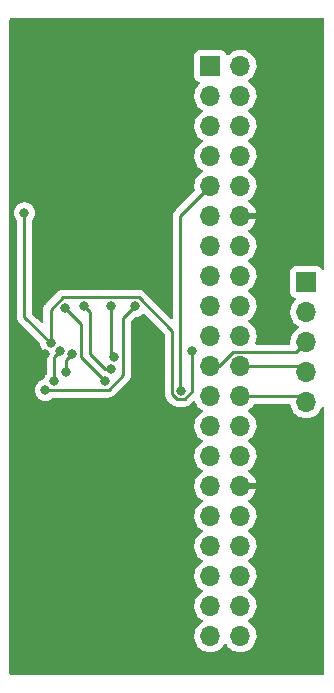
<source format=gbr>
%TF.GenerationSoftware,KiCad,Pcbnew,(6.0.7)*%
%TF.CreationDate,2023-01-29T20:04:43+00:00*%
%TF.ProjectId,DE0_Addon_Board,4445305f-4164-4646-9f6e-5f426f617264,0*%
%TF.SameCoordinates,Original*%
%TF.FileFunction,Copper,L2,Bot*%
%TF.FilePolarity,Positive*%
%FSLAX46Y46*%
G04 Gerber Fmt 4.6, Leading zero omitted, Abs format (unit mm)*
G04 Created by KiCad (PCBNEW (6.0.7)) date 2023-01-29 20:04:43*
%MOMM*%
%LPD*%
G01*
G04 APERTURE LIST*
%TA.AperFunction,ComponentPad*%
%ADD10R,1.700000X1.700000*%
%TD*%
%TA.AperFunction,ComponentPad*%
%ADD11O,1.700000X1.700000*%
%TD*%
%TA.AperFunction,ViaPad*%
%ADD12C,0.800000*%
%TD*%
%TA.AperFunction,Conductor*%
%ADD13C,0.250000*%
%TD*%
G04 APERTURE END LIST*
D10*
%TO.P,J2,1,Pin_1*%
%TO.N,P1*%
X63500000Y-44704000D03*
D11*
%TO.P,J2,2,Pin_2*%
%TO.N,P3*%
X63500000Y-47244000D03*
%TO.P,J2,3,Pin_3*%
%TO.N,P21*%
X63500000Y-49784000D03*
%TO.P,J2,4,Pin_4*%
%TO.N,P22*%
X63500000Y-52324000D03*
%TO.P,J2,5,Pin_5*%
%TO.N,P24*%
X63500000Y-54864000D03*
%TD*%
D10*
%TO.P,J1,1,Pin_1*%
%TO.N,P1*%
X55372000Y-26416000D03*
D11*
%TO.P,J1,2,Pin_2*%
%TO.N,A0*%
X57912000Y-26416000D03*
%TO.P,J1,3,Pin_3*%
%TO.N,P3*%
X55372000Y-28956000D03*
%TO.P,J1,4,Pin_4*%
%TO.N,A1*%
X57912000Y-28956000D03*
%TO.P,J1,5,Pin_5*%
%TO.N,A2*%
X55372000Y-31496000D03*
%TO.P,J1,6,Pin_6*%
%TO.N,A3*%
X57912000Y-31496000D03*
%TO.P,J1,7,Pin_7*%
%TO.N,A4*%
X55372000Y-34036000D03*
%TO.P,J1,8,Pin_8*%
%TO.N,CE_n*%
X57912000Y-34036000D03*
%TO.P,J1,9,Pin_9*%
%TO.N,D0*%
X55372000Y-36576000D03*
%TO.P,J1,10,Pin_10*%
%TO.N,D1*%
X57912000Y-36576000D03*
%TO.P,J1,11,Pin_11*%
%TO.N,unconnected-(J1-Pad11)*%
X55372000Y-39116000D03*
%TO.P,J1,12,Pin_12*%
%TO.N,GNDREF*%
X57912000Y-39116000D03*
%TO.P,J1,13,Pin_13*%
%TO.N,D11*%
X55372000Y-41656000D03*
%TO.P,J1,14,Pin_14*%
%TO.N,D10*%
X57912000Y-41656000D03*
%TO.P,J1,15,Pin_15*%
%TO.N,A16*%
X55372000Y-44196000D03*
%TO.P,J1,16,Pin_16*%
%TO.N,A17*%
X57912000Y-44196000D03*
%TO.P,J1,17,Pin_17*%
%TO.N,OE_n*%
X55372000Y-46736000D03*
%TO.P,J1,18,Pin_18*%
%TO.N,A15*%
X57912000Y-46736000D03*
%TO.P,J1,19,Pin_19*%
%TO.N,LB_n*%
X55372000Y-49276000D03*
%TO.P,J1,20,Pin_20*%
%TO.N,UB_n*%
X57912000Y-49276000D03*
%TO.P,J1,21,Pin_21*%
%TO.N,P21*%
X55372000Y-51816000D03*
%TO.P,J1,22,Pin_22*%
%TO.N,P22*%
X57912000Y-51816000D03*
%TO.P,J1,23,Pin_23*%
%TO.N,A14*%
X55372000Y-54356000D03*
%TO.P,J1,24,Pin_24*%
%TO.N,P24*%
X57912000Y-54356000D03*
%TO.P,J1,25,Pin_25*%
%TO.N,A12*%
X55372000Y-56896000D03*
%TO.P,J1,26,Pin_26*%
%TO.N,A13*%
X57912000Y-56896000D03*
%TO.P,J1,27,Pin_27*%
%TO.N,A10*%
X55372000Y-59436000D03*
%TO.P,J1,28,Pin_28*%
%TO.N,A11*%
X57912000Y-59436000D03*
%TO.P,J1,29,Pin_29*%
%TO.N,+3.3V*%
X55372000Y-61976000D03*
%TO.P,J1,30,Pin_30*%
%TO.N,GNDREF*%
X57912000Y-61976000D03*
%TO.P,J1,31,Pin_31*%
%TO.N,D13*%
X55372000Y-64516000D03*
%TO.P,J1,32,Pin_32*%
%TO.N,D12*%
X57912000Y-64516000D03*
%TO.P,J1,33,Pin_33*%
%TO.N,D15*%
X55372000Y-67056000D03*
%TO.P,J1,34,Pin_34*%
%TO.N,D14*%
X57912000Y-67056000D03*
%TO.P,J1,35,Pin_35*%
%TO.N,A5*%
X55372000Y-69596000D03*
%TO.P,J1,36,Pin_36*%
%TO.N,WE_n*%
X57912000Y-69596000D03*
%TO.P,J1,37,Pin_37*%
%TO.N,A7*%
X55372000Y-72136000D03*
%TO.P,J1,38,Pin_38*%
%TO.N,A6*%
X57912000Y-72136000D03*
%TO.P,J1,39,Pin_39*%
%TO.N,A9*%
X55372000Y-74676000D03*
%TO.P,J1,40,Pin_40*%
%TO.N,A8*%
X57912000Y-74676000D03*
%TD*%
D12*
%TO.N,+3.3V*%
X39624000Y-38862000D03*
%TO.N,GNDREF*%
X41402000Y-50767500D03*
X49530000Y-50038000D03*
%TO.N,D0*%
X52879208Y-53890529D03*
%TO.N,D1*%
X46482000Y-53086000D03*
X43059714Y-46864885D03*
%TO.N,D10*%
X44699915Y-46731486D03*
X46990000Y-52070000D03*
%TO.N,+3.3V*%
X41836783Y-49857217D03*
X53848000Y-50546000D03*
%TO.N,D11*%
X46990000Y-46736000D03*
X47244000Y-51054000D03*
%TO.N,D13*%
X43685359Y-50767500D03*
X43180000Y-52324000D03*
%TO.N,D14*%
X42672000Y-50546000D03*
X42164000Y-53086000D03*
%TO.N,D15*%
X41402000Y-53848000D03*
X49022000Y-46736000D03*
%TD*%
D13*
%TO.N,+3.3V*%
X39624000Y-47644434D02*
X39624000Y-38862000D01*
X41836783Y-49857217D02*
X39624000Y-47644434D01*
%TO.N,P21*%
X62643000Y-50641000D02*
X63500000Y-49784000D01*
X57309000Y-50641000D02*
X62643000Y-50641000D01*
X56134000Y-51816000D02*
X57309000Y-50641000D01*
X55372000Y-51816000D02*
X56134000Y-51816000D01*
%TO.N,P24*%
X57912000Y-54356000D02*
X62992000Y-54356000D01*
X62992000Y-54356000D02*
X63500000Y-54864000D01*
%TO.N,P22*%
X62992000Y-51816000D02*
X63500000Y-52324000D01*
X57912000Y-51816000D02*
X62992000Y-51816000D01*
%TO.N,GNDREF*%
X49530000Y-52324000D02*
X49530000Y-50038000D01*
X41402000Y-50767500D02*
X40132000Y-52037500D01*
X41148000Y-55372000D02*
X46482000Y-55372000D01*
X46482000Y-55372000D02*
X49530000Y-52324000D01*
X40132000Y-52037500D02*
X40132000Y-54356000D01*
X40132000Y-54356000D02*
X41148000Y-55372000D01*
%TO.N,D0*%
X52879208Y-53890529D02*
X52832000Y-53843321D01*
X52832000Y-39116000D02*
X55372000Y-36576000D01*
X52832000Y-53843321D02*
X52832000Y-39116000D01*
%TO.N,D1*%
X44450000Y-51054000D02*
X44450000Y-48260000D01*
X43059714Y-46869714D02*
X43059714Y-46864885D01*
X44450000Y-48260000D02*
X43059714Y-46869714D01*
X46482000Y-53086000D02*
X44450000Y-51054000D01*
%TO.N,D10*%
X46482000Y-52070000D02*
X46990000Y-52070000D01*
X45212000Y-50800000D02*
X46482000Y-52070000D01*
X44699915Y-46731486D02*
X45212000Y-47243571D01*
X45212000Y-47243571D02*
X45212000Y-50800000D01*
%TO.N,+3.3V*%
X49317791Y-46006486D02*
X42892808Y-46006486D01*
X41836783Y-47062511D02*
X41836783Y-49857217D01*
X52154208Y-48842903D02*
X49317791Y-46006486D01*
X42892808Y-46006486D02*
X41836783Y-47062511D01*
X53179513Y-54615529D02*
X52578903Y-54615529D01*
X52154208Y-54190834D02*
X52154208Y-48842903D01*
X53848000Y-53947042D02*
X53179513Y-54615529D01*
X53848000Y-50546000D02*
X53848000Y-53947042D01*
X52578903Y-54615529D02*
X52154208Y-54190834D01*
%TO.N,D11*%
X46990000Y-46736000D02*
X46990000Y-50800000D01*
X46990000Y-50800000D02*
X47244000Y-51054000D01*
%TO.N,D13*%
X43685359Y-50767500D02*
X43180000Y-51272859D01*
X43180000Y-51272859D02*
X43180000Y-52324000D01*
%TO.N,D14*%
X42164000Y-51054000D02*
X42164000Y-53086000D01*
X42672000Y-50546000D02*
X42164000Y-51054000D01*
%TO.N,D15*%
X49022000Y-46736000D02*
X48006000Y-47752000D01*
X48006000Y-52587305D02*
X46745305Y-53848000D01*
X48006000Y-47752000D02*
X48006000Y-52587305D01*
X46745305Y-53848000D02*
X41402000Y-53848000D01*
%TD*%
%TA.AperFunction,Conductor*%
%TO.N,GNDREF*%
G36*
X64965621Y-22372502D02*
G01*
X65012114Y-22426158D01*
X65023500Y-22478500D01*
X65023500Y-43526472D01*
X65003498Y-43594593D01*
X64949842Y-43641086D01*
X64879568Y-43651190D01*
X64814988Y-43621696D01*
X64796674Y-43602037D01*
X64762614Y-43556590D01*
X64713261Y-43490739D01*
X64596705Y-43403385D01*
X64460316Y-43352255D01*
X64398134Y-43345500D01*
X62601866Y-43345500D01*
X62539684Y-43352255D01*
X62403295Y-43403385D01*
X62286739Y-43490739D01*
X62199385Y-43607295D01*
X62148255Y-43743684D01*
X62141500Y-43805866D01*
X62141500Y-45602134D01*
X62148255Y-45664316D01*
X62199385Y-45800705D01*
X62286739Y-45917261D01*
X62403295Y-46004615D01*
X62411704Y-46007767D01*
X62411705Y-46007768D01*
X62520451Y-46048535D01*
X62577216Y-46091176D01*
X62601916Y-46157738D01*
X62586709Y-46227087D01*
X62567316Y-46253568D01*
X62440629Y-46386138D01*
X62314743Y-46570680D01*
X62290455Y-46623004D01*
X62230612Y-46751926D01*
X62220688Y-46773305D01*
X62160989Y-46988570D01*
X62137251Y-47210695D01*
X62137548Y-47215848D01*
X62137548Y-47215851D01*
X62147927Y-47395857D01*
X62150110Y-47433715D01*
X62151247Y-47438761D01*
X62151248Y-47438767D01*
X62174308Y-47541088D01*
X62199222Y-47651639D01*
X62248621Y-47773295D01*
X62279713Y-47849865D01*
X62283266Y-47858616D01*
X62285965Y-47863020D01*
X62391842Y-48035796D01*
X62399987Y-48049088D01*
X62546250Y-48217938D01*
X62718126Y-48360632D01*
X62788595Y-48401811D01*
X62791445Y-48403476D01*
X62840169Y-48455114D01*
X62853240Y-48524897D01*
X62826509Y-48590669D01*
X62786055Y-48624027D01*
X62773607Y-48630507D01*
X62769474Y-48633610D01*
X62769471Y-48633612D01*
X62745247Y-48651800D01*
X62594965Y-48764635D01*
X62440629Y-48926138D01*
X62314743Y-49110680D01*
X62284889Y-49174996D01*
X62251071Y-49247851D01*
X62220688Y-49313305D01*
X62160989Y-49528570D01*
X62137251Y-49750695D01*
X62137548Y-49755848D01*
X62137548Y-49755851D01*
X62144375Y-49874247D01*
X62128328Y-49943406D01*
X62077437Y-49992911D01*
X62018584Y-50007500D01*
X59268732Y-50007500D01*
X59200611Y-49987498D01*
X59154118Y-49933842D01*
X59144014Y-49863568D01*
X59155775Y-49825673D01*
X59165498Y-49806000D01*
X59179430Y-49777811D01*
X59211900Y-49670940D01*
X59242865Y-49569023D01*
X59242865Y-49569021D01*
X59244370Y-49564069D01*
X59273529Y-49342590D01*
X59275156Y-49276000D01*
X59256852Y-49053361D01*
X59202431Y-48836702D01*
X59113354Y-48631840D01*
X59045761Y-48527357D01*
X58994822Y-48448617D01*
X58994820Y-48448614D01*
X58992014Y-48444277D01*
X58841670Y-48279051D01*
X58837619Y-48275852D01*
X58837615Y-48275848D01*
X58670414Y-48143800D01*
X58670410Y-48143798D01*
X58666359Y-48140598D01*
X58625053Y-48117796D01*
X58575084Y-48067364D01*
X58560312Y-47997921D01*
X58585428Y-47931516D01*
X58612780Y-47904909D01*
X58681942Y-47855576D01*
X58791860Y-47777173D01*
X58795662Y-47773385D01*
X58926374Y-47643128D01*
X58950096Y-47619489D01*
X58959670Y-47606166D01*
X59077435Y-47442277D01*
X59080453Y-47438077D01*
X59089915Y-47418933D01*
X59177136Y-47242453D01*
X59177137Y-47242451D01*
X59179430Y-47237811D01*
X59223614Y-47092386D01*
X59242865Y-47029023D01*
X59242865Y-47029021D01*
X59244370Y-47024069D01*
X59273529Y-46802590D01*
X59273954Y-46785199D01*
X59275074Y-46739365D01*
X59275074Y-46739361D01*
X59275156Y-46736000D01*
X59256852Y-46513361D01*
X59202431Y-46296702D01*
X59113354Y-46091840D01*
X58992014Y-45904277D01*
X58841670Y-45739051D01*
X58837619Y-45735852D01*
X58837615Y-45735848D01*
X58670414Y-45603800D01*
X58670410Y-45603798D01*
X58666359Y-45600598D01*
X58625053Y-45577796D01*
X58575084Y-45527364D01*
X58560312Y-45457921D01*
X58585428Y-45391516D01*
X58612780Y-45364909D01*
X58656603Y-45333650D01*
X58791860Y-45237173D01*
X58950096Y-45079489D01*
X59009594Y-44996689D01*
X59077435Y-44902277D01*
X59080453Y-44898077D01*
X59101320Y-44855857D01*
X59177136Y-44702453D01*
X59177137Y-44702451D01*
X59179430Y-44697811D01*
X59244370Y-44484069D01*
X59273529Y-44262590D01*
X59275156Y-44196000D01*
X59256852Y-43973361D01*
X59202431Y-43756702D01*
X59113354Y-43551840D01*
X59070345Y-43485358D01*
X58994822Y-43368617D01*
X58994820Y-43368614D01*
X58992014Y-43364277D01*
X58841670Y-43199051D01*
X58837619Y-43195852D01*
X58837615Y-43195848D01*
X58670414Y-43063800D01*
X58670410Y-43063798D01*
X58666359Y-43060598D01*
X58625053Y-43037796D01*
X58575084Y-42987364D01*
X58560312Y-42917921D01*
X58585428Y-42851516D01*
X58612780Y-42824909D01*
X58656603Y-42793650D01*
X58791860Y-42697173D01*
X58950096Y-42539489D01*
X59009594Y-42456689D01*
X59077435Y-42362277D01*
X59080453Y-42358077D01*
X59101320Y-42315857D01*
X59177136Y-42162453D01*
X59177137Y-42162451D01*
X59179430Y-42157811D01*
X59244370Y-41944069D01*
X59273529Y-41722590D01*
X59275156Y-41656000D01*
X59256852Y-41433361D01*
X59202431Y-41216702D01*
X59113354Y-41011840D01*
X58992014Y-40824277D01*
X58841670Y-40659051D01*
X58837619Y-40655852D01*
X58837615Y-40655848D01*
X58670414Y-40523800D01*
X58670410Y-40523798D01*
X58666359Y-40520598D01*
X58624569Y-40497529D01*
X58574598Y-40447097D01*
X58559826Y-40377654D01*
X58584942Y-40311248D01*
X58612294Y-40284641D01*
X58787328Y-40159792D01*
X58795200Y-40153139D01*
X58946052Y-40002812D01*
X58952730Y-39994965D01*
X59077003Y-39822020D01*
X59082313Y-39813183D01*
X59176670Y-39622267D01*
X59180469Y-39612672D01*
X59242377Y-39408910D01*
X59244555Y-39398837D01*
X59245986Y-39387962D01*
X59243775Y-39373778D01*
X59230617Y-39370000D01*
X57784000Y-39370000D01*
X57715879Y-39349998D01*
X57669386Y-39296342D01*
X57658000Y-39244000D01*
X57658000Y-38988000D01*
X57678002Y-38919879D01*
X57731658Y-38873386D01*
X57784000Y-38862000D01*
X59230344Y-38862000D01*
X59243875Y-38858027D01*
X59245180Y-38848947D01*
X59203214Y-38681875D01*
X59199894Y-38672124D01*
X59114972Y-38476814D01*
X59110105Y-38467739D01*
X58994426Y-38288926D01*
X58988136Y-38280757D01*
X58844806Y-38123240D01*
X58837273Y-38116215D01*
X58670139Y-37984222D01*
X58661556Y-37978520D01*
X58624602Y-37958120D01*
X58574631Y-37907687D01*
X58559859Y-37838245D01*
X58584975Y-37771839D01*
X58612327Y-37745232D01*
X58635797Y-37728491D01*
X58791860Y-37617173D01*
X58950096Y-37459489D01*
X59080453Y-37278077D01*
X59101320Y-37235857D01*
X59177136Y-37082453D01*
X59177137Y-37082451D01*
X59179430Y-37077811D01*
X59244370Y-36864069D01*
X59273529Y-36642590D01*
X59275156Y-36576000D01*
X59256852Y-36353361D01*
X59202431Y-36136702D01*
X59113354Y-35931840D01*
X58992014Y-35744277D01*
X58841670Y-35579051D01*
X58837619Y-35575852D01*
X58837615Y-35575848D01*
X58670414Y-35443800D01*
X58670410Y-35443798D01*
X58666359Y-35440598D01*
X58625053Y-35417796D01*
X58575084Y-35367364D01*
X58560312Y-35297921D01*
X58585428Y-35231516D01*
X58612780Y-35204909D01*
X58656603Y-35173650D01*
X58791860Y-35077173D01*
X58950096Y-34919489D01*
X59009594Y-34836689D01*
X59077435Y-34742277D01*
X59080453Y-34738077D01*
X59101320Y-34695857D01*
X59177136Y-34542453D01*
X59177137Y-34542451D01*
X59179430Y-34537811D01*
X59244370Y-34324069D01*
X59273529Y-34102590D01*
X59275156Y-34036000D01*
X59256852Y-33813361D01*
X59202431Y-33596702D01*
X59113354Y-33391840D01*
X58992014Y-33204277D01*
X58841670Y-33039051D01*
X58837619Y-33035852D01*
X58837615Y-33035848D01*
X58670414Y-32903800D01*
X58670410Y-32903798D01*
X58666359Y-32900598D01*
X58625053Y-32877796D01*
X58575084Y-32827364D01*
X58560312Y-32757921D01*
X58585428Y-32691516D01*
X58612780Y-32664909D01*
X58656603Y-32633650D01*
X58791860Y-32537173D01*
X58950096Y-32379489D01*
X59009594Y-32296689D01*
X59077435Y-32202277D01*
X59080453Y-32198077D01*
X59101320Y-32155857D01*
X59177136Y-32002453D01*
X59177137Y-32002451D01*
X59179430Y-31997811D01*
X59244370Y-31784069D01*
X59273529Y-31562590D01*
X59275156Y-31496000D01*
X59256852Y-31273361D01*
X59202431Y-31056702D01*
X59113354Y-30851840D01*
X58992014Y-30664277D01*
X58841670Y-30499051D01*
X58837619Y-30495852D01*
X58837615Y-30495848D01*
X58670414Y-30363800D01*
X58670410Y-30363798D01*
X58666359Y-30360598D01*
X58625053Y-30337796D01*
X58575084Y-30287364D01*
X58560312Y-30217921D01*
X58585428Y-30151516D01*
X58612780Y-30124909D01*
X58656603Y-30093650D01*
X58791860Y-29997173D01*
X58950096Y-29839489D01*
X59009594Y-29756689D01*
X59077435Y-29662277D01*
X59080453Y-29658077D01*
X59101320Y-29615857D01*
X59177136Y-29462453D01*
X59177137Y-29462451D01*
X59179430Y-29457811D01*
X59244370Y-29244069D01*
X59273529Y-29022590D01*
X59275156Y-28956000D01*
X59256852Y-28733361D01*
X59202431Y-28516702D01*
X59113354Y-28311840D01*
X58992014Y-28124277D01*
X58841670Y-27959051D01*
X58837619Y-27955852D01*
X58837615Y-27955848D01*
X58670414Y-27823800D01*
X58670410Y-27823798D01*
X58666359Y-27820598D01*
X58625053Y-27797796D01*
X58575084Y-27747364D01*
X58560312Y-27677921D01*
X58585428Y-27611516D01*
X58612780Y-27584909D01*
X58656603Y-27553650D01*
X58791860Y-27457173D01*
X58950096Y-27299489D01*
X59080453Y-27118077D01*
X59179430Y-26917811D01*
X59244370Y-26704069D01*
X59273529Y-26482590D01*
X59275156Y-26416000D01*
X59256852Y-26193361D01*
X59202431Y-25976702D01*
X59113354Y-25771840D01*
X58992014Y-25584277D01*
X58841670Y-25419051D01*
X58837619Y-25415852D01*
X58837615Y-25415848D01*
X58670414Y-25283800D01*
X58670410Y-25283798D01*
X58666359Y-25280598D01*
X58470789Y-25172638D01*
X58465920Y-25170914D01*
X58465916Y-25170912D01*
X58265087Y-25099795D01*
X58265083Y-25099794D01*
X58260212Y-25098069D01*
X58255119Y-25097162D01*
X58255116Y-25097161D01*
X58045373Y-25059800D01*
X58045367Y-25059799D01*
X58040284Y-25058894D01*
X57966452Y-25057992D01*
X57822081Y-25056228D01*
X57822079Y-25056228D01*
X57816911Y-25056165D01*
X57596091Y-25089955D01*
X57383756Y-25159357D01*
X57185607Y-25262507D01*
X57181474Y-25265610D01*
X57181471Y-25265612D01*
X57011100Y-25393530D01*
X57006965Y-25396635D01*
X56950537Y-25455684D01*
X56926283Y-25481064D01*
X56864759Y-25516494D01*
X56793846Y-25513037D01*
X56736060Y-25471791D01*
X56717207Y-25438243D01*
X56675767Y-25327703D01*
X56672615Y-25319295D01*
X56585261Y-25202739D01*
X56468705Y-25115385D01*
X56332316Y-25064255D01*
X56270134Y-25057500D01*
X54473866Y-25057500D01*
X54411684Y-25064255D01*
X54275295Y-25115385D01*
X54158739Y-25202739D01*
X54071385Y-25319295D01*
X54020255Y-25455684D01*
X54013500Y-25517866D01*
X54013500Y-27314134D01*
X54020255Y-27376316D01*
X54071385Y-27512705D01*
X54158739Y-27629261D01*
X54275295Y-27716615D01*
X54283704Y-27719767D01*
X54283705Y-27719768D01*
X54392451Y-27760535D01*
X54449216Y-27803176D01*
X54473916Y-27869738D01*
X54458709Y-27939087D01*
X54439316Y-27965568D01*
X54312629Y-28098138D01*
X54186743Y-28282680D01*
X54092688Y-28485305D01*
X54032989Y-28700570D01*
X54009251Y-28922695D01*
X54009548Y-28927848D01*
X54009548Y-28927851D01*
X54015011Y-29022590D01*
X54022110Y-29145715D01*
X54023247Y-29150761D01*
X54023248Y-29150767D01*
X54043119Y-29238939D01*
X54071222Y-29363639D01*
X54155266Y-29570616D01*
X54206019Y-29653438D01*
X54269291Y-29756688D01*
X54271987Y-29761088D01*
X54418250Y-29929938D01*
X54590126Y-30072632D01*
X54660595Y-30113811D01*
X54663445Y-30115476D01*
X54712169Y-30167114D01*
X54725240Y-30236897D01*
X54698509Y-30302669D01*
X54658055Y-30336027D01*
X54645607Y-30342507D01*
X54641474Y-30345610D01*
X54641471Y-30345612D01*
X54617247Y-30363800D01*
X54466965Y-30476635D01*
X54312629Y-30638138D01*
X54186743Y-30822680D01*
X54092688Y-31025305D01*
X54032989Y-31240570D01*
X54009251Y-31462695D01*
X54009548Y-31467848D01*
X54009548Y-31467851D01*
X54015011Y-31562590D01*
X54022110Y-31685715D01*
X54023247Y-31690761D01*
X54023248Y-31690767D01*
X54043119Y-31778939D01*
X54071222Y-31903639D01*
X54155266Y-32110616D01*
X54206019Y-32193438D01*
X54269291Y-32296688D01*
X54271987Y-32301088D01*
X54418250Y-32469938D01*
X54590126Y-32612632D01*
X54660595Y-32653811D01*
X54663445Y-32655476D01*
X54712169Y-32707114D01*
X54725240Y-32776897D01*
X54698509Y-32842669D01*
X54658055Y-32876027D01*
X54645607Y-32882507D01*
X54641474Y-32885610D01*
X54641471Y-32885612D01*
X54617247Y-32903800D01*
X54466965Y-33016635D01*
X54312629Y-33178138D01*
X54186743Y-33362680D01*
X54092688Y-33565305D01*
X54032989Y-33780570D01*
X54009251Y-34002695D01*
X54009548Y-34007848D01*
X54009548Y-34007851D01*
X54015011Y-34102590D01*
X54022110Y-34225715D01*
X54023247Y-34230761D01*
X54023248Y-34230767D01*
X54043119Y-34318939D01*
X54071222Y-34443639D01*
X54155266Y-34650616D01*
X54206019Y-34733438D01*
X54269291Y-34836688D01*
X54271987Y-34841088D01*
X54418250Y-35009938D01*
X54590126Y-35152632D01*
X54660595Y-35193811D01*
X54663445Y-35195476D01*
X54712169Y-35247114D01*
X54725240Y-35316897D01*
X54698509Y-35382669D01*
X54658055Y-35416027D01*
X54645607Y-35422507D01*
X54641474Y-35425610D01*
X54641471Y-35425612D01*
X54617247Y-35443800D01*
X54466965Y-35556635D01*
X54312629Y-35718138D01*
X54186743Y-35902680D01*
X54092688Y-36105305D01*
X54032989Y-36320570D01*
X54009251Y-36542695D01*
X54009548Y-36547848D01*
X54009548Y-36547851D01*
X54015011Y-36642590D01*
X54022110Y-36765715D01*
X54023247Y-36770761D01*
X54023248Y-36770767D01*
X54055453Y-36913668D01*
X54050917Y-36984520D01*
X54021631Y-37030464D01*
X52439747Y-38612348D01*
X52431461Y-38619888D01*
X52424982Y-38624000D01*
X52419557Y-38629777D01*
X52378357Y-38673651D01*
X52375602Y-38676493D01*
X52355865Y-38696230D01*
X52353385Y-38699427D01*
X52345682Y-38708447D01*
X52315414Y-38740679D01*
X52311595Y-38747625D01*
X52311593Y-38747628D01*
X52305652Y-38758434D01*
X52294801Y-38774953D01*
X52282386Y-38790959D01*
X52279241Y-38798228D01*
X52279238Y-38798232D01*
X52264826Y-38831537D01*
X52259609Y-38842187D01*
X52238305Y-38880940D01*
X52236334Y-38888615D01*
X52236334Y-38888616D01*
X52233267Y-38900562D01*
X52226863Y-38919266D01*
X52218819Y-38937855D01*
X52217580Y-38945678D01*
X52217577Y-38945688D01*
X52211901Y-38981524D01*
X52209495Y-38993144D01*
X52203133Y-39017924D01*
X52198500Y-39035970D01*
X52198500Y-39056224D01*
X52196949Y-39075934D01*
X52193780Y-39095943D01*
X52194526Y-39103835D01*
X52197941Y-39139961D01*
X52198500Y-39151819D01*
X52198500Y-47687100D01*
X52178498Y-47755221D01*
X52124842Y-47801714D01*
X52054568Y-47811818D01*
X51989988Y-47782324D01*
X51983405Y-47776195D01*
X49821443Y-45614233D01*
X49813903Y-45605947D01*
X49809791Y-45599468D01*
X49760139Y-45552842D01*
X49757298Y-45550088D01*
X49737561Y-45530351D01*
X49734364Y-45527871D01*
X49725342Y-45520166D01*
X49711913Y-45507555D01*
X49693112Y-45489900D01*
X49686166Y-45486081D01*
X49686163Y-45486079D01*
X49675357Y-45480138D01*
X49658838Y-45469287D01*
X49653535Y-45465174D01*
X49642832Y-45456872D01*
X49635563Y-45453727D01*
X49635559Y-45453724D01*
X49602254Y-45439312D01*
X49591604Y-45434095D01*
X49552851Y-45412791D01*
X49533228Y-45407753D01*
X49514525Y-45401349D01*
X49503211Y-45396453D01*
X49503210Y-45396453D01*
X49495936Y-45393305D01*
X49488113Y-45392066D01*
X49488103Y-45392063D01*
X49452267Y-45386387D01*
X49440647Y-45383981D01*
X49405502Y-45374958D01*
X49405501Y-45374958D01*
X49397821Y-45372986D01*
X49377567Y-45372986D01*
X49357856Y-45371435D01*
X49345677Y-45369506D01*
X49337848Y-45368266D01*
X49308577Y-45371033D01*
X49293830Y-45372427D01*
X49281972Y-45372986D01*
X42971575Y-45372986D01*
X42960392Y-45372459D01*
X42952899Y-45370784D01*
X42944973Y-45371033D01*
X42944972Y-45371033D01*
X42884809Y-45372924D01*
X42880851Y-45372986D01*
X42852952Y-45372986D01*
X42848962Y-45373490D01*
X42837128Y-45374422D01*
X42792919Y-45375812D01*
X42785305Y-45378024D01*
X42785300Y-45378025D01*
X42773467Y-45381463D01*
X42754104Y-45385474D01*
X42734011Y-45388012D01*
X42726644Y-45390929D01*
X42726639Y-45390930D01*
X42692900Y-45404288D01*
X42681673Y-45408132D01*
X42639215Y-45420468D01*
X42632389Y-45424505D01*
X42621780Y-45430779D01*
X42604032Y-45439474D01*
X42585191Y-45446934D01*
X42578775Y-45451596D01*
X42578774Y-45451596D01*
X42549421Y-45472922D01*
X42539501Y-45479438D01*
X42508273Y-45497906D01*
X42508270Y-45497908D01*
X42501446Y-45501944D01*
X42487125Y-45516265D01*
X42472092Y-45529105D01*
X42455701Y-45541014D01*
X42447025Y-45551502D01*
X42427510Y-45575091D01*
X42419530Y-45583860D01*
X41444519Y-46558870D01*
X41436245Y-46566399D01*
X41429765Y-46570511D01*
X41424340Y-46576288D01*
X41383140Y-46620162D01*
X41380385Y-46623004D01*
X41360648Y-46642741D01*
X41358168Y-46645938D01*
X41350465Y-46654958D01*
X41320197Y-46687190D01*
X41316378Y-46694136D01*
X41316376Y-46694139D01*
X41310435Y-46704945D01*
X41299584Y-46721464D01*
X41287169Y-46737470D01*
X41284024Y-46744739D01*
X41284021Y-46744743D01*
X41269609Y-46778048D01*
X41264392Y-46788698D01*
X41243088Y-46827451D01*
X41241117Y-46835126D01*
X41241117Y-46835127D01*
X41238050Y-46847073D01*
X41231646Y-46865777D01*
X41223602Y-46884366D01*
X41222363Y-46892189D01*
X41222360Y-46892199D01*
X41216684Y-46928035D01*
X41214278Y-46939655D01*
X41203283Y-46982481D01*
X41203283Y-47002735D01*
X41201732Y-47022445D01*
X41198563Y-47042454D01*
X41199309Y-47050346D01*
X41202724Y-47086472D01*
X41203283Y-47098330D01*
X41203283Y-48023622D01*
X41183281Y-48091743D01*
X41129625Y-48138236D01*
X41059351Y-48148340D01*
X40994771Y-48118846D01*
X40988187Y-48112717D01*
X40729300Y-47853829D01*
X40294404Y-47418933D01*
X40260379Y-47356621D01*
X40257500Y-47329838D01*
X40257500Y-39564524D01*
X40277502Y-39496403D01*
X40289858Y-39480221D01*
X40363040Y-39398944D01*
X40458527Y-39233556D01*
X40517542Y-39051928D01*
X40523721Y-38993144D01*
X40536814Y-38868565D01*
X40537504Y-38862000D01*
X40530037Y-38790959D01*
X40518232Y-38678635D01*
X40518232Y-38678633D01*
X40517542Y-38672072D01*
X40458527Y-38490444D01*
X40363040Y-38325056D01*
X40330509Y-38288926D01*
X40239675Y-38188045D01*
X40239674Y-38188044D01*
X40235253Y-38183134D01*
X40080752Y-38070882D01*
X40074724Y-38068198D01*
X40074722Y-38068197D01*
X39912319Y-37995891D01*
X39912318Y-37995891D01*
X39906288Y-37993206D01*
X39812887Y-37973353D01*
X39725944Y-37954872D01*
X39725939Y-37954872D01*
X39719487Y-37953500D01*
X39528513Y-37953500D01*
X39522061Y-37954872D01*
X39522056Y-37954872D01*
X39435113Y-37973353D01*
X39341712Y-37993206D01*
X39335682Y-37995891D01*
X39335681Y-37995891D01*
X39173278Y-38068197D01*
X39173276Y-38068198D01*
X39167248Y-38070882D01*
X39012747Y-38183134D01*
X39008326Y-38188044D01*
X39008325Y-38188045D01*
X38917492Y-38288926D01*
X38884960Y-38325056D01*
X38789473Y-38490444D01*
X38730458Y-38672072D01*
X38729768Y-38678633D01*
X38729768Y-38678635D01*
X38717963Y-38790959D01*
X38710496Y-38862000D01*
X38711186Y-38868565D01*
X38724280Y-38993144D01*
X38730458Y-39051928D01*
X38789473Y-39233556D01*
X38884960Y-39398944D01*
X38958137Y-39480215D01*
X38988853Y-39544221D01*
X38990500Y-39564524D01*
X38990500Y-47565667D01*
X38989973Y-47576850D01*
X38988298Y-47584343D01*
X38988547Y-47592269D01*
X38988547Y-47592270D01*
X38990438Y-47652420D01*
X38990500Y-47656379D01*
X38990500Y-47684290D01*
X38990997Y-47688224D01*
X38990997Y-47688225D01*
X38991005Y-47688290D01*
X38991938Y-47700127D01*
X38993327Y-47744323D01*
X38998978Y-47763773D01*
X39002987Y-47783134D01*
X39005526Y-47803231D01*
X39008445Y-47810602D01*
X39008445Y-47810604D01*
X39021804Y-47844346D01*
X39025649Y-47855576D01*
X39037982Y-47898027D01*
X39042015Y-47904846D01*
X39042017Y-47904851D01*
X39048293Y-47915462D01*
X39056988Y-47933210D01*
X39064448Y-47952051D01*
X39069110Y-47958467D01*
X39069110Y-47958468D01*
X39090436Y-47987821D01*
X39096952Y-47997741D01*
X39106807Y-48014404D01*
X39119458Y-48035796D01*
X39133779Y-48050117D01*
X39146619Y-48065150D01*
X39158528Y-48081541D01*
X39164634Y-48086592D01*
X39192605Y-48109732D01*
X39201384Y-48117722D01*
X40889661Y-49806000D01*
X40923687Y-49868312D01*
X40925876Y-49881925D01*
X40936499Y-49982994D01*
X40943241Y-50047145D01*
X41002256Y-50228773D01*
X41097743Y-50394161D01*
X41102161Y-50399068D01*
X41102162Y-50399069D01*
X41145226Y-50446896D01*
X41225530Y-50536083D01*
X41380031Y-50648335D01*
X41386057Y-50651018D01*
X41386064Y-50651022D01*
X41491873Y-50698130D01*
X41545969Y-50744110D01*
X41566619Y-50812037D01*
X41556262Y-50863276D01*
X41550819Y-50875855D01*
X41549580Y-50883678D01*
X41549577Y-50883688D01*
X41543901Y-50919524D01*
X41541495Y-50931144D01*
X41530500Y-50973970D01*
X41530500Y-50994224D01*
X41528949Y-51013934D01*
X41525780Y-51033943D01*
X41526526Y-51041835D01*
X41529941Y-51077961D01*
X41530500Y-51089819D01*
X41530500Y-52383476D01*
X41510498Y-52451597D01*
X41498142Y-52467779D01*
X41424960Y-52549056D01*
X41391297Y-52607362D01*
X41334203Y-52706252D01*
X41329473Y-52714444D01*
X41280127Y-52866316D01*
X41275106Y-52881768D01*
X41235032Y-52940374D01*
X41181471Y-52966078D01*
X41119712Y-52979206D01*
X41113682Y-52981891D01*
X41113681Y-52981891D01*
X40951278Y-53054197D01*
X40951276Y-53054198D01*
X40945248Y-53056882D01*
X40939907Y-53060762D01*
X40939906Y-53060763D01*
X40905171Y-53086000D01*
X40790747Y-53169134D01*
X40786326Y-53174044D01*
X40786325Y-53174045D01*
X40741526Y-53223800D01*
X40662960Y-53311056D01*
X40567473Y-53476444D01*
X40508458Y-53658072D01*
X40507768Y-53664633D01*
X40507768Y-53664635D01*
X40500709Y-53731800D01*
X40488496Y-53848000D01*
X40489186Y-53854565D01*
X40507463Y-54028457D01*
X40508458Y-54037928D01*
X40567473Y-54219556D01*
X40570776Y-54225278D01*
X40570777Y-54225279D01*
X40579619Y-54240594D01*
X40662960Y-54384944D01*
X40667378Y-54389851D01*
X40667379Y-54389852D01*
X40749452Y-54481003D01*
X40790747Y-54526866D01*
X40866902Y-54582196D01*
X40921038Y-54621528D01*
X40945248Y-54639118D01*
X40951276Y-54641802D01*
X40951278Y-54641803D01*
X40983462Y-54656132D01*
X41119712Y-54716794D01*
X41213112Y-54736647D01*
X41300056Y-54755128D01*
X41300061Y-54755128D01*
X41306513Y-54756500D01*
X41497487Y-54756500D01*
X41503939Y-54755128D01*
X41503944Y-54755128D01*
X41590888Y-54736647D01*
X41684288Y-54716794D01*
X41820538Y-54656132D01*
X41852722Y-54641803D01*
X41852724Y-54641802D01*
X41858752Y-54639118D01*
X41882963Y-54621528D01*
X42003130Y-54534221D01*
X42013253Y-54526866D01*
X42017668Y-54521963D01*
X42022580Y-54517540D01*
X42023705Y-54518789D01*
X42077014Y-54485949D01*
X42110200Y-54481500D01*
X46666538Y-54481500D01*
X46677721Y-54482027D01*
X46685214Y-54483702D01*
X46693140Y-54483453D01*
X46693141Y-54483453D01*
X46753291Y-54481562D01*
X46757250Y-54481500D01*
X46785161Y-54481500D01*
X46789096Y-54481003D01*
X46789161Y-54480995D01*
X46800998Y-54480062D01*
X46833256Y-54479048D01*
X46837275Y-54478922D01*
X46845194Y-54478673D01*
X46864648Y-54473021D01*
X46884005Y-54469013D01*
X46896235Y-54467468D01*
X46896236Y-54467468D01*
X46904102Y-54466474D01*
X46911473Y-54463555D01*
X46911475Y-54463555D01*
X46945217Y-54450196D01*
X46956447Y-54446351D01*
X46991288Y-54436229D01*
X46991289Y-54436229D01*
X46998898Y-54434018D01*
X47005717Y-54429985D01*
X47005722Y-54429983D01*
X47016333Y-54423707D01*
X47034081Y-54415012D01*
X47052922Y-54407552D01*
X47068458Y-54396265D01*
X47088692Y-54381564D01*
X47098612Y-54375048D01*
X47129840Y-54356580D01*
X47129843Y-54356578D01*
X47136667Y-54352542D01*
X47150988Y-54338221D01*
X47166022Y-54325380D01*
X47182412Y-54313472D01*
X47210603Y-54279395D01*
X47218593Y-54270616D01*
X48398253Y-53090957D01*
X48406539Y-53083417D01*
X48413018Y-53079305D01*
X48421686Y-53070075D01*
X48459643Y-53029654D01*
X48462398Y-53026812D01*
X48482135Y-53007075D01*
X48484615Y-53003878D01*
X48492320Y-52994856D01*
X48517159Y-52968405D01*
X48522586Y-52962626D01*
X48526405Y-52955680D01*
X48526407Y-52955677D01*
X48532348Y-52944871D01*
X48543199Y-52928352D01*
X48550758Y-52918606D01*
X48555614Y-52912346D01*
X48558759Y-52905077D01*
X48558762Y-52905073D01*
X48573174Y-52871768D01*
X48578391Y-52861118D01*
X48599695Y-52822365D01*
X48604733Y-52802742D01*
X48611137Y-52784039D01*
X48616033Y-52772725D01*
X48616033Y-52772724D01*
X48619181Y-52765450D01*
X48620420Y-52757627D01*
X48620423Y-52757617D01*
X48626099Y-52721781D01*
X48628505Y-52710161D01*
X48637528Y-52675016D01*
X48637528Y-52675015D01*
X48639500Y-52667335D01*
X48639500Y-52647081D01*
X48641051Y-52627370D01*
X48642980Y-52615191D01*
X48644220Y-52607362D01*
X48640059Y-52563343D01*
X48639500Y-52551486D01*
X48639500Y-48066595D01*
X48659502Y-47998474D01*
X48676405Y-47977499D01*
X48972501Y-47681404D01*
X49034813Y-47647379D01*
X49061596Y-47644500D01*
X49117487Y-47644500D01*
X49123939Y-47643128D01*
X49123944Y-47643128D01*
X49217991Y-47623137D01*
X49304288Y-47604794D01*
X49372348Y-47574492D01*
X49472722Y-47529803D01*
X49472724Y-47529802D01*
X49478752Y-47527118D01*
X49484094Y-47523237D01*
X49627909Y-47418749D01*
X49627911Y-47418747D01*
X49633253Y-47414866D01*
X49637675Y-47409955D01*
X49637760Y-47409861D01*
X49637823Y-47409822D01*
X49642580Y-47405539D01*
X49643364Y-47406409D01*
X49698209Y-47372626D01*
X49769193Y-47373983D01*
X49820485Y-47405084D01*
X51483803Y-49068402D01*
X51517829Y-49130714D01*
X51520708Y-49157497D01*
X51520708Y-54112067D01*
X51520181Y-54123250D01*
X51518506Y-54130743D01*
X51518755Y-54138669D01*
X51518755Y-54138670D01*
X51520646Y-54198820D01*
X51520708Y-54202779D01*
X51520708Y-54230690D01*
X51521205Y-54234624D01*
X51521205Y-54234625D01*
X51521213Y-54234690D01*
X51522146Y-54246527D01*
X51523535Y-54290723D01*
X51529186Y-54310173D01*
X51533195Y-54329534D01*
X51534293Y-54338221D01*
X51535734Y-54349631D01*
X51538653Y-54357002D01*
X51538653Y-54357004D01*
X51552012Y-54390746D01*
X51555857Y-54401976D01*
X51563994Y-54429983D01*
X51568190Y-54444427D01*
X51572223Y-54451246D01*
X51572225Y-54451251D01*
X51578501Y-54461862D01*
X51587196Y-54479610D01*
X51594656Y-54498451D01*
X51599318Y-54504867D01*
X51599318Y-54504868D01*
X51620644Y-54534221D01*
X51627160Y-54544141D01*
X51649666Y-54582196D01*
X51663987Y-54596517D01*
X51676827Y-54611550D01*
X51688736Y-54627941D01*
X51702247Y-54639118D01*
X51722813Y-54656132D01*
X51731592Y-54664122D01*
X52075246Y-55007776D01*
X52082790Y-55016066D01*
X52086903Y-55022547D01*
X52092680Y-55027972D01*
X52136570Y-55069187D01*
X52139412Y-55071942D01*
X52159133Y-55091663D01*
X52162328Y-55094141D01*
X52171350Y-55101847D01*
X52203582Y-55132115D01*
X52210531Y-55135935D01*
X52221335Y-55141875D01*
X52237859Y-55152728D01*
X52253862Y-55165142D01*
X52294446Y-55182705D01*
X52305076Y-55187912D01*
X52343843Y-55209224D01*
X52351520Y-55211195D01*
X52351525Y-55211197D01*
X52363461Y-55214261D01*
X52382169Y-55220666D01*
X52400758Y-55228710D01*
X52408583Y-55229949D01*
X52408585Y-55229950D01*
X52444422Y-55235626D01*
X52456043Y-55238033D01*
X52488832Y-55246451D01*
X52498873Y-55249029D01*
X52519134Y-55249029D01*
X52538843Y-55250580D01*
X52558846Y-55253748D01*
X52566738Y-55253002D01*
X52571965Y-55252508D01*
X52602857Y-55249588D01*
X52614714Y-55249029D01*
X53100746Y-55249029D01*
X53111929Y-55249556D01*
X53119422Y-55251231D01*
X53127348Y-55250982D01*
X53127349Y-55250982D01*
X53187499Y-55249091D01*
X53191458Y-55249029D01*
X53219369Y-55249029D01*
X53223304Y-55248532D01*
X53223369Y-55248524D01*
X53235206Y-55247591D01*
X53267464Y-55246577D01*
X53271483Y-55246451D01*
X53279402Y-55246202D01*
X53298856Y-55240550D01*
X53318213Y-55236542D01*
X53330443Y-55234997D01*
X53330444Y-55234997D01*
X53338310Y-55234003D01*
X53345681Y-55231084D01*
X53345683Y-55231084D01*
X53379425Y-55217725D01*
X53390655Y-55213880D01*
X53425496Y-55203758D01*
X53425497Y-55203758D01*
X53433106Y-55201547D01*
X53439925Y-55197514D01*
X53439930Y-55197512D01*
X53450541Y-55191236D01*
X53468289Y-55182541D01*
X53487130Y-55175081D01*
X53507500Y-55160282D01*
X53522900Y-55149093D01*
X53532820Y-55142577D01*
X53564048Y-55124109D01*
X53564051Y-55124107D01*
X53570875Y-55120071D01*
X53585196Y-55105750D01*
X53600230Y-55092909D01*
X53601945Y-55091663D01*
X53616620Y-55081001D01*
X53644811Y-55046924D01*
X53652801Y-55038145D01*
X53895307Y-54795639D01*
X53957619Y-54761613D01*
X54028434Y-54766678D01*
X54085270Y-54809225D01*
X54101144Y-54837327D01*
X54155266Y-54970616D01*
X54196648Y-55038145D01*
X54269291Y-55156688D01*
X54271987Y-55161088D01*
X54418250Y-55329938D01*
X54590126Y-55472632D01*
X54607903Y-55483020D01*
X54663445Y-55515476D01*
X54712169Y-55567114D01*
X54725240Y-55636897D01*
X54698509Y-55702669D01*
X54658055Y-55736027D01*
X54645607Y-55742507D01*
X54641474Y-55745610D01*
X54641471Y-55745612D01*
X54471100Y-55873530D01*
X54466965Y-55876635D01*
X54312629Y-56038138D01*
X54186743Y-56222680D01*
X54092688Y-56425305D01*
X54032989Y-56640570D01*
X54009251Y-56862695D01*
X54009548Y-56867848D01*
X54009548Y-56867851D01*
X54015011Y-56962590D01*
X54022110Y-57085715D01*
X54023247Y-57090761D01*
X54023248Y-57090767D01*
X54043119Y-57178939D01*
X54071222Y-57303639D01*
X54155266Y-57510616D01*
X54206019Y-57593438D01*
X54269291Y-57696688D01*
X54271987Y-57701088D01*
X54418250Y-57869938D01*
X54590126Y-58012632D01*
X54660595Y-58053811D01*
X54663445Y-58055476D01*
X54712169Y-58107114D01*
X54725240Y-58176897D01*
X54698509Y-58242669D01*
X54658055Y-58276027D01*
X54645607Y-58282507D01*
X54641474Y-58285610D01*
X54641471Y-58285612D01*
X54617247Y-58303800D01*
X54466965Y-58416635D01*
X54312629Y-58578138D01*
X54186743Y-58762680D01*
X54092688Y-58965305D01*
X54032989Y-59180570D01*
X54009251Y-59402695D01*
X54009548Y-59407848D01*
X54009548Y-59407851D01*
X54015011Y-59502590D01*
X54022110Y-59625715D01*
X54023247Y-59630761D01*
X54023248Y-59630767D01*
X54043119Y-59718939D01*
X54071222Y-59843639D01*
X54155266Y-60050616D01*
X54206019Y-60133438D01*
X54269291Y-60236688D01*
X54271987Y-60241088D01*
X54418250Y-60409938D01*
X54590126Y-60552632D01*
X54660595Y-60593811D01*
X54663445Y-60595476D01*
X54712169Y-60647114D01*
X54725240Y-60716897D01*
X54698509Y-60782669D01*
X54658055Y-60816027D01*
X54645607Y-60822507D01*
X54641474Y-60825610D01*
X54641471Y-60825612D01*
X54617247Y-60843800D01*
X54466965Y-60956635D01*
X54312629Y-61118138D01*
X54186743Y-61302680D01*
X54092688Y-61505305D01*
X54032989Y-61720570D01*
X54009251Y-61942695D01*
X54022110Y-62165715D01*
X54023247Y-62170761D01*
X54023248Y-62170767D01*
X54036597Y-62230000D01*
X54071222Y-62383639D01*
X54155266Y-62590616D01*
X54271987Y-62781088D01*
X54418250Y-62949938D01*
X54590126Y-63092632D01*
X54660595Y-63133811D01*
X54663445Y-63135476D01*
X54712169Y-63187114D01*
X54725240Y-63256897D01*
X54698509Y-63322669D01*
X54658055Y-63356027D01*
X54645607Y-63362507D01*
X54641474Y-63365610D01*
X54641471Y-63365612D01*
X54617247Y-63383800D01*
X54466965Y-63496635D01*
X54312629Y-63658138D01*
X54186743Y-63842680D01*
X54092688Y-64045305D01*
X54032989Y-64260570D01*
X54009251Y-64482695D01*
X54009548Y-64487848D01*
X54009548Y-64487851D01*
X54015011Y-64582590D01*
X54022110Y-64705715D01*
X54023247Y-64710761D01*
X54023248Y-64710767D01*
X54043119Y-64798939D01*
X54071222Y-64923639D01*
X54155266Y-65130616D01*
X54206019Y-65213438D01*
X54269291Y-65316688D01*
X54271987Y-65321088D01*
X54418250Y-65489938D01*
X54590126Y-65632632D01*
X54660595Y-65673811D01*
X54663445Y-65675476D01*
X54712169Y-65727114D01*
X54725240Y-65796897D01*
X54698509Y-65862669D01*
X54658055Y-65896027D01*
X54645607Y-65902507D01*
X54641474Y-65905610D01*
X54641471Y-65905612D01*
X54617247Y-65923800D01*
X54466965Y-66036635D01*
X54312629Y-66198138D01*
X54186743Y-66382680D01*
X54092688Y-66585305D01*
X54032989Y-66800570D01*
X54009251Y-67022695D01*
X54009548Y-67027848D01*
X54009548Y-67027851D01*
X54015011Y-67122590D01*
X54022110Y-67245715D01*
X54023247Y-67250761D01*
X54023248Y-67250767D01*
X54043119Y-67338939D01*
X54071222Y-67463639D01*
X54155266Y-67670616D01*
X54206019Y-67753438D01*
X54269291Y-67856688D01*
X54271987Y-67861088D01*
X54418250Y-68029938D01*
X54590126Y-68172632D01*
X54660595Y-68213811D01*
X54663445Y-68215476D01*
X54712169Y-68267114D01*
X54725240Y-68336897D01*
X54698509Y-68402669D01*
X54658055Y-68436027D01*
X54645607Y-68442507D01*
X54641474Y-68445610D01*
X54641471Y-68445612D01*
X54617247Y-68463800D01*
X54466965Y-68576635D01*
X54312629Y-68738138D01*
X54186743Y-68922680D01*
X54092688Y-69125305D01*
X54032989Y-69340570D01*
X54009251Y-69562695D01*
X54009548Y-69567848D01*
X54009548Y-69567851D01*
X54015011Y-69662590D01*
X54022110Y-69785715D01*
X54023247Y-69790761D01*
X54023248Y-69790767D01*
X54043119Y-69878939D01*
X54071222Y-70003639D01*
X54155266Y-70210616D01*
X54206019Y-70293438D01*
X54269291Y-70396688D01*
X54271987Y-70401088D01*
X54418250Y-70569938D01*
X54590126Y-70712632D01*
X54660595Y-70753811D01*
X54663445Y-70755476D01*
X54712169Y-70807114D01*
X54725240Y-70876897D01*
X54698509Y-70942669D01*
X54658055Y-70976027D01*
X54645607Y-70982507D01*
X54641474Y-70985610D01*
X54641471Y-70985612D01*
X54617247Y-71003800D01*
X54466965Y-71116635D01*
X54312629Y-71278138D01*
X54186743Y-71462680D01*
X54092688Y-71665305D01*
X54032989Y-71880570D01*
X54009251Y-72102695D01*
X54009548Y-72107848D01*
X54009548Y-72107851D01*
X54015011Y-72202590D01*
X54022110Y-72325715D01*
X54023247Y-72330761D01*
X54023248Y-72330767D01*
X54043119Y-72418939D01*
X54071222Y-72543639D01*
X54155266Y-72750616D01*
X54206019Y-72833438D01*
X54269291Y-72936688D01*
X54271987Y-72941088D01*
X54418250Y-73109938D01*
X54590126Y-73252632D01*
X54660595Y-73293811D01*
X54663445Y-73295476D01*
X54712169Y-73347114D01*
X54725240Y-73416897D01*
X54698509Y-73482669D01*
X54658055Y-73516027D01*
X54645607Y-73522507D01*
X54641474Y-73525610D01*
X54641471Y-73525612D01*
X54617247Y-73543800D01*
X54466965Y-73656635D01*
X54312629Y-73818138D01*
X54186743Y-74002680D01*
X54092688Y-74205305D01*
X54032989Y-74420570D01*
X54009251Y-74642695D01*
X54009548Y-74647848D01*
X54009548Y-74647851D01*
X54015011Y-74742590D01*
X54022110Y-74865715D01*
X54023247Y-74870761D01*
X54023248Y-74870767D01*
X54043119Y-74958939D01*
X54071222Y-75083639D01*
X54155266Y-75290616D01*
X54206019Y-75373438D01*
X54269291Y-75476688D01*
X54271987Y-75481088D01*
X54418250Y-75649938D01*
X54590126Y-75792632D01*
X54783000Y-75905338D01*
X54991692Y-75985030D01*
X54996760Y-75986061D01*
X54996763Y-75986062D01*
X55104017Y-76007883D01*
X55210597Y-76029567D01*
X55215772Y-76029757D01*
X55215774Y-76029757D01*
X55428673Y-76037564D01*
X55428677Y-76037564D01*
X55433837Y-76037753D01*
X55438957Y-76037097D01*
X55438959Y-76037097D01*
X55650288Y-76010025D01*
X55650289Y-76010025D01*
X55655416Y-76009368D01*
X55660366Y-76007883D01*
X55864429Y-75946661D01*
X55864434Y-75946659D01*
X55869384Y-75945174D01*
X56069994Y-75846896D01*
X56251860Y-75717173D01*
X56410096Y-75559489D01*
X56469594Y-75476689D01*
X56540453Y-75378077D01*
X56541776Y-75379028D01*
X56588645Y-75335857D01*
X56658580Y-75323625D01*
X56724026Y-75351144D01*
X56751875Y-75382994D01*
X56811987Y-75481088D01*
X56958250Y-75649938D01*
X57130126Y-75792632D01*
X57323000Y-75905338D01*
X57531692Y-75985030D01*
X57536760Y-75986061D01*
X57536763Y-75986062D01*
X57644017Y-76007883D01*
X57750597Y-76029567D01*
X57755772Y-76029757D01*
X57755774Y-76029757D01*
X57968673Y-76037564D01*
X57968677Y-76037564D01*
X57973837Y-76037753D01*
X57978957Y-76037097D01*
X57978959Y-76037097D01*
X58190288Y-76010025D01*
X58190289Y-76010025D01*
X58195416Y-76009368D01*
X58200366Y-76007883D01*
X58404429Y-75946661D01*
X58404434Y-75946659D01*
X58409384Y-75945174D01*
X58609994Y-75846896D01*
X58791860Y-75717173D01*
X58950096Y-75559489D01*
X59009594Y-75476689D01*
X59077435Y-75382277D01*
X59080453Y-75378077D01*
X59101320Y-75335857D01*
X59177136Y-75182453D01*
X59177137Y-75182451D01*
X59179430Y-75177811D01*
X59244370Y-74964069D01*
X59273529Y-74742590D01*
X59275156Y-74676000D01*
X59256852Y-74453361D01*
X59202431Y-74236702D01*
X59113354Y-74031840D01*
X58992014Y-73844277D01*
X58841670Y-73679051D01*
X58837619Y-73675852D01*
X58837615Y-73675848D01*
X58670414Y-73543800D01*
X58670410Y-73543798D01*
X58666359Y-73540598D01*
X58625053Y-73517796D01*
X58575084Y-73467364D01*
X58560312Y-73397921D01*
X58585428Y-73331516D01*
X58612780Y-73304909D01*
X58656603Y-73273650D01*
X58791860Y-73177173D01*
X58950096Y-73019489D01*
X59009594Y-72936689D01*
X59077435Y-72842277D01*
X59080453Y-72838077D01*
X59101320Y-72795857D01*
X59177136Y-72642453D01*
X59177137Y-72642451D01*
X59179430Y-72637811D01*
X59244370Y-72424069D01*
X59273529Y-72202590D01*
X59275156Y-72136000D01*
X59256852Y-71913361D01*
X59202431Y-71696702D01*
X59113354Y-71491840D01*
X58992014Y-71304277D01*
X58841670Y-71139051D01*
X58837619Y-71135852D01*
X58837615Y-71135848D01*
X58670414Y-71003800D01*
X58670410Y-71003798D01*
X58666359Y-71000598D01*
X58625053Y-70977796D01*
X58575084Y-70927364D01*
X58560312Y-70857921D01*
X58585428Y-70791516D01*
X58612780Y-70764909D01*
X58656603Y-70733650D01*
X58791860Y-70637173D01*
X58950096Y-70479489D01*
X59009594Y-70396689D01*
X59077435Y-70302277D01*
X59080453Y-70298077D01*
X59101320Y-70255857D01*
X59177136Y-70102453D01*
X59177137Y-70102451D01*
X59179430Y-70097811D01*
X59244370Y-69884069D01*
X59273529Y-69662590D01*
X59275156Y-69596000D01*
X59256852Y-69373361D01*
X59202431Y-69156702D01*
X59113354Y-68951840D01*
X58992014Y-68764277D01*
X58841670Y-68599051D01*
X58837619Y-68595852D01*
X58837615Y-68595848D01*
X58670414Y-68463800D01*
X58670410Y-68463798D01*
X58666359Y-68460598D01*
X58625053Y-68437796D01*
X58575084Y-68387364D01*
X58560312Y-68317921D01*
X58585428Y-68251516D01*
X58612780Y-68224909D01*
X58656603Y-68193650D01*
X58791860Y-68097173D01*
X58950096Y-67939489D01*
X59009594Y-67856689D01*
X59077435Y-67762277D01*
X59080453Y-67758077D01*
X59101320Y-67715857D01*
X59177136Y-67562453D01*
X59177137Y-67562451D01*
X59179430Y-67557811D01*
X59244370Y-67344069D01*
X59273529Y-67122590D01*
X59275156Y-67056000D01*
X59256852Y-66833361D01*
X59202431Y-66616702D01*
X59113354Y-66411840D01*
X58992014Y-66224277D01*
X58841670Y-66059051D01*
X58837619Y-66055852D01*
X58837615Y-66055848D01*
X58670414Y-65923800D01*
X58670410Y-65923798D01*
X58666359Y-65920598D01*
X58625053Y-65897796D01*
X58575084Y-65847364D01*
X58560312Y-65777921D01*
X58585428Y-65711516D01*
X58612780Y-65684909D01*
X58656603Y-65653650D01*
X58791860Y-65557173D01*
X58950096Y-65399489D01*
X59009594Y-65316689D01*
X59077435Y-65222277D01*
X59080453Y-65218077D01*
X59101320Y-65175857D01*
X59177136Y-65022453D01*
X59177137Y-65022451D01*
X59179430Y-65017811D01*
X59244370Y-64804069D01*
X59273529Y-64582590D01*
X59275156Y-64516000D01*
X59256852Y-64293361D01*
X59202431Y-64076702D01*
X59113354Y-63871840D01*
X58992014Y-63684277D01*
X58841670Y-63519051D01*
X58837619Y-63515852D01*
X58837615Y-63515848D01*
X58670414Y-63383800D01*
X58670410Y-63383798D01*
X58666359Y-63380598D01*
X58624569Y-63357529D01*
X58574598Y-63307097D01*
X58559826Y-63237654D01*
X58584942Y-63171248D01*
X58612294Y-63144641D01*
X58787328Y-63019792D01*
X58795200Y-63013139D01*
X58946052Y-62862812D01*
X58952730Y-62854965D01*
X59077003Y-62682020D01*
X59082313Y-62673183D01*
X59176670Y-62482267D01*
X59180469Y-62472672D01*
X59242377Y-62268910D01*
X59244555Y-62258837D01*
X59245986Y-62247962D01*
X59243775Y-62233778D01*
X59230617Y-62230000D01*
X57784000Y-62230000D01*
X57715879Y-62209998D01*
X57669386Y-62156342D01*
X57658000Y-62104000D01*
X57658000Y-61848000D01*
X57678002Y-61779879D01*
X57731658Y-61733386D01*
X57784000Y-61722000D01*
X59230344Y-61722000D01*
X59243875Y-61718027D01*
X59245180Y-61708947D01*
X59203214Y-61541875D01*
X59199894Y-61532124D01*
X59114972Y-61336814D01*
X59110105Y-61327739D01*
X58994426Y-61148926D01*
X58988136Y-61140757D01*
X58844806Y-60983240D01*
X58837273Y-60976215D01*
X58670139Y-60844222D01*
X58661556Y-60838520D01*
X58624602Y-60818120D01*
X58574631Y-60767687D01*
X58559859Y-60698245D01*
X58584975Y-60631839D01*
X58612327Y-60605232D01*
X58635797Y-60588491D01*
X58791860Y-60477173D01*
X58950096Y-60319489D01*
X59009594Y-60236689D01*
X59077435Y-60142277D01*
X59080453Y-60138077D01*
X59101320Y-60095857D01*
X59177136Y-59942453D01*
X59177137Y-59942451D01*
X59179430Y-59937811D01*
X59244370Y-59724069D01*
X59273529Y-59502590D01*
X59275156Y-59436000D01*
X59256852Y-59213361D01*
X59202431Y-58996702D01*
X59113354Y-58791840D01*
X58992014Y-58604277D01*
X58841670Y-58439051D01*
X58837619Y-58435852D01*
X58837615Y-58435848D01*
X58670414Y-58303800D01*
X58670410Y-58303798D01*
X58666359Y-58300598D01*
X58625053Y-58277796D01*
X58575084Y-58227364D01*
X58560312Y-58157921D01*
X58585428Y-58091516D01*
X58612780Y-58064909D01*
X58656603Y-58033650D01*
X58791860Y-57937173D01*
X58950096Y-57779489D01*
X59009594Y-57696689D01*
X59077435Y-57602277D01*
X59080453Y-57598077D01*
X59101320Y-57555857D01*
X59177136Y-57402453D01*
X59177137Y-57402451D01*
X59179430Y-57397811D01*
X59244370Y-57184069D01*
X59273529Y-56962590D01*
X59275156Y-56896000D01*
X59256852Y-56673361D01*
X59202431Y-56456702D01*
X59113354Y-56251840D01*
X59061176Y-56171185D01*
X58994822Y-56068617D01*
X58994820Y-56068614D01*
X58992014Y-56064277D01*
X58841670Y-55899051D01*
X58837619Y-55895852D01*
X58837615Y-55895848D01*
X58670414Y-55763800D01*
X58670410Y-55763798D01*
X58666359Y-55760598D01*
X58625053Y-55737796D01*
X58575084Y-55687364D01*
X58560312Y-55617921D01*
X58585428Y-55551516D01*
X58612780Y-55524909D01*
X58677680Y-55478616D01*
X58791860Y-55397173D01*
X58950096Y-55239489D01*
X58956951Y-55229950D01*
X59077435Y-55062277D01*
X59080453Y-55058077D01*
X59082746Y-55053437D01*
X59084446Y-55050608D01*
X59136674Y-55002518D01*
X59192451Y-54989500D01*
X62034874Y-54989500D01*
X62102995Y-55009502D01*
X62149488Y-55063158D01*
X62157791Y-55087799D01*
X62158662Y-55091663D01*
X62199222Y-55271639D01*
X62283266Y-55478616D01*
X62285965Y-55483020D01*
X62373077Y-55625174D01*
X62399987Y-55669088D01*
X62546250Y-55837938D01*
X62718126Y-55980632D01*
X62911000Y-56093338D01*
X63119692Y-56173030D01*
X63124760Y-56174061D01*
X63124763Y-56174062D01*
X63218112Y-56193054D01*
X63338597Y-56217567D01*
X63343772Y-56217757D01*
X63343774Y-56217757D01*
X63556673Y-56225564D01*
X63556677Y-56225564D01*
X63561837Y-56225753D01*
X63566957Y-56225097D01*
X63566959Y-56225097D01*
X63778288Y-56198025D01*
X63778289Y-56198025D01*
X63783416Y-56197368D01*
X63789249Y-56195618D01*
X63992429Y-56134661D01*
X63992434Y-56134659D01*
X63997384Y-56133174D01*
X64197994Y-56034896D01*
X64379860Y-55905173D01*
X64386004Y-55899051D01*
X64534435Y-55751137D01*
X64538096Y-55747489D01*
X64545061Y-55737797D01*
X64665435Y-55570277D01*
X64668453Y-55566077D01*
X64675650Y-55551516D01*
X64765136Y-55370453D01*
X64765137Y-55370451D01*
X64767430Y-55365811D01*
X64776943Y-55334502D01*
X64815882Y-55275140D01*
X64880736Y-55246252D01*
X64950913Y-55257013D01*
X65004131Y-55304006D01*
X65023500Y-55371132D01*
X65023500Y-77851500D01*
X65003498Y-77919621D01*
X64949842Y-77966114D01*
X64897500Y-77977500D01*
X38480500Y-77977500D01*
X38412379Y-77957498D01*
X38365886Y-77903842D01*
X38354500Y-77851500D01*
X38354500Y-22478500D01*
X38374502Y-22410379D01*
X38428158Y-22363886D01*
X38480500Y-22352500D01*
X64897500Y-22352500D01*
X64965621Y-22372502D01*
G37*
%TD.AperFunction*%
%TD*%
M02*

</source>
